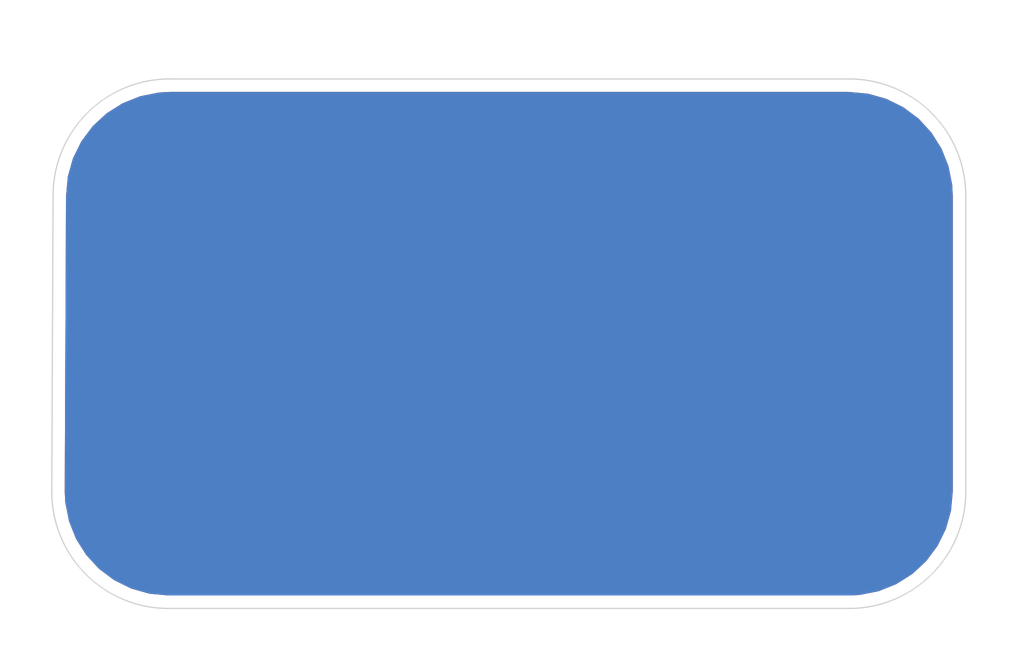
<source format=kicad_pcb>
(kicad_pcb (version 20190331) (host pcbnew "(5.1.0-373-ge808c7f95)")

  (general
    (thickness 1.6)
    (drawings 11)
    (tracks 0)
    (modules 1)
    (nets 1)
  )

  (page "A4")
  (layers
    (0 "F.Cu" signal)
    (31 "B.Cu" signal)
    (32 "B.Adhes" user)
    (33 "F.Adhes" user)
    (34 "B.Paste" user)
    (35 "F.Paste" user)
    (36 "B.SilkS" user)
    (37 "F.SilkS" user)
    (38 "B.Mask" user)
    (39 "F.Mask" user)
    (40 "Dwgs.User" user)
    (41 "Cmts.User" user)
    (42 "Eco1.User" user)
    (43 "Eco2.User" user)
    (44 "Edge.Cuts" user)
    (45 "Margin" user)
    (46 "B.CrtYd" user)
    (47 "F.CrtYd" user)
    (48 "B.Fab" user)
    (49 "F.Fab" user)
  )

  (setup
    (last_trace_width 0.25)
    (trace_clearance 0.2)
    (zone_clearance 0.508)
    (zone_45_only no)
    (trace_min 0.2)
    (via_size 0.8)
    (via_drill 0.4)
    (via_min_size 0.4)
    (via_min_drill 0.3)
    (uvia_size 0.3)
    (uvia_drill 0.1)
    (uvias_allowed no)
    (uvia_min_size 0.2)
    (uvia_min_drill 0.1)
    (edge_width 0.05)
    (segment_width 0.2)
    (pcb_text_width 0.3)
    (pcb_text_size 1.5 1.5)
    (mod_edge_width 0.12)
    (mod_text_size 1 1)
    (mod_text_width 0.15)
    (pad_size 1.524 1.524)
    (pad_drill 0.762)
    (pad_to_mask_clearance 0.051)
    (solder_mask_min_width 0.25)
    (aux_axis_origin 0 0)
    (visible_elements FFFFFF7F)
    (pcbplotparams
      (layerselection 0x010fc_ffffffff)
      (usegerberextensions false)
      (usegerberattributes false)
      (usegerberadvancedattributes false)
      (creategerberjobfile false)
      (excludeedgelayer true)
      (linewidth 0.100000)
      (plotframeref false)
      (viasonmask false)
      (mode 1)
      (useauxorigin false)
      (hpglpennumber 1)
      (hpglpenspeed 20)
      (hpglpendiameter 15.000000)
      (psnegative false)
      (psa4output false)
      (plotreference true)
      (plotvalue true)
      (plotinvisibletext false)
      (padsonsilk false)
      (subtractmaskfromsilk false)
      (outputformat 1)
      (mirror false)
      (drillshape 1)
      (scaleselection 1)
      (outputdirectory ""))
  )

  (net 0 "")

  (net_class "Default" "This is the default net class."
    (clearance 0.2)
    (trace_width 0.25)
    (via_dia 0.8)
    (via_drill 0.4)
    (uvia_dia 0.3)
    (uvia_drill 0.1)
  )

  (module "oshpark:OSH_small" (layer "F.Cu") (tedit 5CD3FE0B) (tstamp 5CD2DF1C)
    (at 144.4752 72.39)
    (descr "Imported from OSHPARK.svg")
    (tags "svg2mod")
    (attr smd)
    (fp_text reference "OSH_small" (at 0 -11.457835) (layer "F.SilkS") hide
      (effects (font (size 1.524 1.524) (thickness 0.3048)))
    )
    (fp_text value "G***" (at 0 11.457835) (layer "F.SilkS") hide
      (effects (font (size 1.524 1.524) (thickness 0.3048)))
    )
    (fp_poly (pts (xy 6.76111 6.120635) (xy 6.20884 6.120635) (xy 5.42765 6.959055) (xy 5.42765 6.120635)
      (xy 4.99557 6.120635) (xy 4.99557 8.266755) (xy 5.42765 8.266755) (xy 5.42765 7.193695)
      (xy 6.7096 8.409835) (xy 6.7096 7.831805) (xy 5.87118 7.056345) (xy 6.76111 6.120635)) (layer "F.Mask") (width 0))
    (fp_poly (pts (xy 4.31659 7.328185) (xy 4.11009 7.022185) (xy 3.67228 7.022185) (xy 3.67228 6.495675)
      (xy 4.11009 6.495675) (xy 4.16319 6.500675) (xy 4.21239 6.515675) (xy 4.25669 6.539575)
      (xy 4.29509 6.571375) (xy 4.32669 6.610075) (xy 4.35039 6.654875) (xy 4.36539 6.704775)
      (xy 4.37039 6.758775) (xy 4.36539 6.812775) (xy 4.35069 6.862675) (xy 4.32729 6.907475)
      (xy 4.29609 6.946175) (xy 4.25789 6.977975) (xy 4.21359 7.001875) (xy 4.16399 7.016875)
      (xy 4.11009 7.021875) (xy 4.11009 7.022185) (xy 4.31659 7.328185) (xy 4.41049 7.296585)
      (xy 4.49619 7.251785) (xy 4.57229 7.194785) (xy 4.63749 7.126585) (xy 4.69049 7.048185)
      (xy 4.72989 6.960585) (xy 4.75449 6.864785) (xy 4.76249 6.761805) (xy 4.74979 6.631575)
      (xy 4.71319 6.510755) (xy 4.65509 6.401815) (xy 4.57799 6.307215) (xy 4.48419 6.229415)
      (xy 4.37621 6.170715) (xy 4.25643 6.133715) (xy 4.12726 6.120815) (xy 3.2402 6.120815)
      (xy 3.2402 8.266935) (xy 3.67228 8.266935) (xy 3.67228 7.356985) (xy 3.88403 7.356985)
      (xy 4.35332 8.266935) (xy 4.83691 8.266935) (xy 4.31612 7.328365) (xy 4.31659 7.328185)) (layer "F.Mask") (width 0))
    (fp_poly (pts (xy 2.59844 8.266755) (xy 1.96319 6.558445) (xy 2.31515 7.505595) (xy 1.60836 7.505595)
      (xy 1.96319 6.558445) (xy 2.59844 8.266755) (xy 3.06487 8.266755) (xy 2.20355 6.120635)
      (xy 1.71996 6.120635) (xy 0.85865 8.266755) (xy 1.32508 8.266755) (xy 1.47674 7.860425)
      (xy 2.44678 7.860425) (xy 2.59844 8.266755)) (layer "F.Mask") (width 0))
    (fp_poly (pts (xy 0.42791 6.120635) (xy -0.02711 6.495535) (xy 0.38781 6.495535) (xy 0.44521 6.500535)
      (xy 0.49851 6.515035) (xy 0.54661 6.538335) (xy 0.58851 6.569635) (xy 0.62301 6.608335)
      (xy 0.64901 6.653735) (xy 0.66541 6.705135) (xy 0.67141 6.761735) (xy 0.66541 6.820135)
      (xy 0.64901 6.872535) (xy 0.62301 6.918535) (xy 0.58851 6.957435) (xy 0.54661 6.988635)
      (xy 0.49851 7.011635) (xy 0.44521 7.025835) (xy 0.38781 7.030835) (xy 0.38781 7.030635)
      (xy -0.02711 7.030635) (xy -0.02711 6.495535) (xy 0.42791 6.120635) (xy -0.45915 6.120635)
      (xy -0.45915 8.266755) (xy -0.02707 8.266755) (xy -0.02707 7.382555) (xy 0.42791 7.382555)
      (xy 0.5579 7.370355) (xy 0.67807 7.335055) (xy 0.78609 7.278855) (xy 0.87969 7.203855)
      (xy 0.95649 7.112155) (xy 1.01419 7.006005) (xy 1.05049 6.887525) (xy 1.06309 6.758845)
      (xy 1.05049 6.630375) (xy 1.01419 6.510655) (xy 0.95649 6.402275) (xy 0.87969 6.307775)
      (xy 0.78609 6.229775) (xy 0.67807 6.170875) (xy 0.5579 6.133675) (xy 0.42791 6.120675)
      (xy 0.42791 6.120635)) (layer "F.Mask") (width 0))
    (fp_poly (pts (xy -1.10433 6.120635) (xy -1.10433 7.076375) (xy -2.24607 7.076375) (xy -2.24607 6.120635)
      (xy -2.50646 6.120635) (xy -2.50646 8.266755) (xy -2.24607 8.266755) (xy -2.24607 7.311015)
      (xy -1.10433 7.311015) (xy -1.10433 8.266755) (xy -0.84394 8.266755) (xy -0.84394 6.120635)
      (xy -1.10433 6.120635)) (layer "F.Mask") (width 0))
    (fp_poly (pts (xy -3.5907 8.295375) (xy -3.44187 8.286375) (xy -3.30406 8.258975) (xy -3.18001 8.212975)
      (xy -3.07241 8.147975) (xy -2.98401 8.063675) (xy -2.91751 7.959725) (xy -2.87561 7.835805)
      (xy -2.86101 7.691555) (xy -2.87691 7.552235) (xy -2.92141 7.434915) (xy -2.98981 7.336615)
      (xy -3.07751 7.254415) (xy -3.17982 7.185415) (xy -3.29208 7.126615) (xy -3.52784 7.027715)
      (xy -3.70664 6.955515) (xy -3.85727 6.872815) (xy -3.91627 6.823915) (xy -3.96127 6.768115)
      (xy -3.98997 6.703915) (xy -4.00007 6.629915) (xy -3.99207 6.554915) (xy -3.96807 6.490615)
      (xy -3.93017 6.436915) (xy -3.88027 6.393515) (xy -3.82017 6.360115) (xy -3.75177 6.336615)
      (xy -3.67677 6.322615) (xy -3.59697 6.317615) (xy -3.50107 6.322615) (xy -3.41297 6.336315)
      (xy -3.33277 6.358215) (xy -3.26037 6.387715) (xy -3.19597 6.424015) (xy -3.13947 6.466415)
      (xy -3.05047 6.566885) (xy -2.87592 6.389475) (xy -2.93462 6.327375) (xy -3.00322 6.270575)
      (xy -3.08132 6.219875) (xy -3.16862 6.176275) (xy -3.26472 6.140775) (xy -3.36936 6.114275)
      (xy -3.48217 6.097675) (xy -3.60284 6.091675) (xy -3.73476 6.100675) (xy -3.85823 6.127675)
      (xy -3.97043 6.172275) (xy -4.06853 6.234275) (xy -4.14973 6.313275) (xy -4.21123 6.408975)
      (xy -4.25023 6.521165) (xy -4.26383 6.649475) (xy -4.24983 6.769025) (xy -4.21043 6.869725)
      (xy -4.14943 6.954225) (xy -4.07063 7.025125) (xy -3.97793 7.085025) (xy -3.87509 7.136525)
      (xy -3.6543 7.224725) (xy -3.4565 7.304325) (xy -3.3666 7.348925) (xy -3.2866 7.399625)
      (xy -3.2195 7.458525) (xy -3.1682 7.527725) (xy -3.1357 7.609325) (xy -3.1249 7.705425)
      (xy -3.1349 7.789025) (xy -3.1618 7.860025) (xy -3.2038 7.918825) (xy -3.2593 7.965825)
      (xy -3.3266 8.001625) (xy -3.404 8.026625) (xy -3.4899 8.041225) (xy -3.5826 8.046225)
      (xy -3.69075 8.039225) (xy -3.79323 8.020125) (xy -3.88863 7.989225) (xy -3.97563 7.947425)
      (xy -4.05283 7.895625) (xy -4.11893 7.834625) (xy -4.17243 7.765125) (xy -4.21203 7.688125)
      (xy -4.40088 7.879845) (xy -4.33778 7.967545) (xy -4.26108 8.047345) (xy -4.17208 8.118045)
      (xy -4.07218 8.178545) (xy -3.96276 8.227645) (xy -3.84518 8.264145) (xy -3.72084 8.286945)
      (xy -3.59109 8.294945) (xy -3.5907 8.295375)) (layer "F.Mask") (width 0))
    (fp_poly (pts (xy -5.71389 8.295375) (xy -5.71389 8.046425) (xy -5.88469 8.029425) (xy -6.03947 7.980425)
      (xy -6.17614 7.902625) (xy -6.29262 7.799265) (xy -6.38682 7.673515) (xy -6.45672 7.528545)
      (xy -6.50022 7.367545) (xy -6.51512 7.193705) (xy -6.50022 7.019865) (xy -6.45672 6.858865)
      (xy -6.38682 6.713895) (xy -6.29262 6.588145) (xy -6.17614 6.484785) (xy -6.03947 6.406985)
      (xy -5.88469 6.357985) (xy -5.71389 6.340985) (xy -5.54238 6.357985) (xy -5.38754 6.406985)
      (xy -5.25128 6.484785) (xy -5.13551 6.588145) (xy -5.04211 6.713895) (xy -4.97301 6.858865)
      (xy -4.93021 7.019865) (xy -4.91551 7.193705) (xy -4.93021 7.367545) (xy -4.97301 7.528545)
      (xy -5.04211 7.673515) (xy -5.13551 7.799265) (xy -5.25128 7.902625) (xy -5.38754 7.980425)
      (xy -5.54238 8.029425) (xy -5.71389 8.046425) (xy -5.71389 8.295375) (xy -5.60215 8.289375)
      (xy -5.49471 8.272675) (xy -5.39197 8.245575) (xy -5.29437 8.208575) (xy -5.20217 8.162275)
      (xy -5.11587 8.107175) (xy -5.03597 8.043775) (xy -4.96277 7.972775) (xy -4.89667 7.894575)
      (xy -4.83807 7.809775) (xy -4.78737 7.718975) (xy -4.74497 7.622675) (xy -4.71127 7.521405)
      (xy -4.68667 7.415745) (xy -4.67167 7.306225) (xy -4.66667 7.193415) (xy -4.67167 7.080595)
      (xy -4.68667 6.971085) (xy -4.71127 6.865415) (xy -4.74497 6.764145) (xy -4.78737 6.667845)
      (xy -4.83807 6.577045) (xy -4.89667 6.492245) (xy -4.96277 6.414045) (xy -5.03597 6.342945)
      (xy -5.11587 6.279545) (xy -5.20217 6.224445) (xy -5.29437 6.178145) (xy -5.39197 6.141145)
      (xy -5.49471 6.114045) (xy -5.60215 6.097345) (xy -5.71389 6.091345) (xy -5.82609 6.097345)
      (xy -5.93388 6.114045) (xy -6.03687 6.141145) (xy -6.13467 6.178145) (xy -6.22687 6.224445)
      (xy -6.31307 6.279545) (xy -6.39297 6.342945) (xy -6.46607 6.414045) (xy -6.53207 6.492245)
      (xy -6.59047 6.577045) (xy -6.64097 6.667845) (xy -6.68317 6.764145) (xy -6.71667 6.865415)
      (xy -6.74107 6.971085) (xy -6.75597 7.080595) (xy -6.76097 7.193415) (xy -6.75597 7.306225)
      (xy -6.74107 7.415745) (xy -6.71667 7.521405) (xy -6.68317 7.622675) (xy -6.64097 7.718975)
      (xy -6.59047 7.809775) (xy -6.53207 7.894575) (xy -6.46607 7.972775) (xy -6.39297 8.043775)
      (xy -6.31307 8.107175) (xy -6.22687 8.162275) (xy -6.13467 8.208575) (xy -6.03687 8.245575)
      (xy -5.93388 8.272675) (xy -5.82609 8.289375) (xy -5.71389 8.295375)) (layer "F.Mask") (width 0))
    (fp_poly (pts (xy 0.00118 -8.409695) (xy 0.00043 -3.623025) (xy 0.21316 -3.612325) (xy 0.41974 -3.580825)
      (xy 0.61914 -3.529525) (xy 0.81031 -3.459525) (xy 0.99219 -3.371925) (xy 1.16375 -3.267695)
      (xy 1.32394 -3.147905) (xy 1.4717 -3.013605) (xy 1.606 -2.865845) (xy 1.72579 -2.705655)
      (xy 1.83001 -2.534105) (xy 1.91761 -2.352215) (xy 1.98761 -2.161055) (xy 2.03891 -1.961655)
      (xy 2.07041 -1.755065) (xy 2.08111 -1.542335) (xy 2.07041 -1.329495) (xy 2.03891 -1.122805)
      (xy 1.98771 -0.923315) (xy 1.91781 -0.732055) (xy 1.83021 -0.550075) (xy 1.726 -0.378435)
      (xy 1.60622 -0.218175) (xy 1.47192 -0.070335) (xy 1.32415 0.064025) (xy 1.16396 0.183875)
      (xy 0.99238 0.288155) (xy 0.81047 0.375855) (xy 0.61928 0.445855) (xy 0.41984 0.497155)
      (xy 0.21321 0.528655) (xy 0.00043 0.539455) (xy -0.21235 0.528655) (xy -0.41897 0.497155)
      (xy -0.6184 0.445855) (xy -0.80958 0.375855) (xy -0.99147 0.288155) (xy -1.16302 0.183875)
      (xy -1.3232 0.064025) (xy -1.47095 -0.070335) (xy -1.60524 -0.218175) (xy -1.72501 -0.378435)
      (xy -1.82922 -0.550075) (xy -1.91682 -0.732055) (xy -1.98682 -0.923315) (xy -2.03812 -1.122805)
      (xy -2.06962 -1.329495) (xy -2.08032 -1.542335) (xy -2.06962 -1.755065) (xy -2.03812 -1.961655)
      (xy -1.98682 -2.161055) (xy -1.91682 -2.352215) (xy -1.82922 -2.534105) (xy -1.72501 -2.705655)
      (xy -1.60524 -2.865845) (xy -1.47095 -3.013605) (xy -1.3232 -3.147905) (xy -1.16302 -3.267695)
      (xy -0.99147 -3.371925) (xy -0.80958 -3.459525) (xy -0.6184 -3.529525) (xy -0.41897 -3.580825)
      (xy -0.21235 -3.612325) (xy 0.00043 -3.623025) (xy 0.00118 -8.409695) (xy -0.14129 -8.393995)
      (xy -0.2674 -8.349495) (xy -0.378 -8.279795) (xy -0.4739 -8.188495) (xy -0.556 -8.079355)
      (xy -0.6251 -7.956025) (xy -0.6821 -7.822195) (xy -0.7278 -7.681515) (xy -1.04856 -6.462625)
      (xy -1.30304 -6.403425) (xy -1.55293 -6.331225) (xy -2.43795 -7.223815) (xy -2.5541 -7.325575)
      (xy -2.67331 -7.414275) (xy -2.79523 -7.486675) (xy -2.91953 -7.539575) (xy -3.04586 -7.569675)
      (xy -3.17388 -7.573675) (xy -3.30323 -7.548275) (xy -3.43358 -7.490275) (xy -3.54913 -7.405275)
      (xy -3.63603 -7.303485) (xy -3.69693 -7.187695) (xy -3.73433 -7.060655) (xy -3.75073 -6.925095)
      (xy -3.74873 -6.783755) (xy -3.73103 -6.639375) (xy -3.70003 -6.494705) (xy -3.36893 -5.282225)
      (xy -3.55878 -5.102185) (xy -3.73879 -4.912505) (xy -4.95156 -5.242875) (xy -5.10317 -5.273475)
      (xy -5.25088 -5.290975) (xy -5.39277 -5.292975) (xy -5.5269 -5.276575) (xy -5.65135 -5.239375)
      (xy -5.76419 -5.178675) (xy -5.86349 -5.091975) (xy -5.94729 -4.976645) (xy -6.00489 -4.845335)
      (xy -6.02929 -4.713775) (xy -6.02429 -4.583095) (xy -5.99309 -4.454385) (xy -5.93949 -4.328745)
      (xy -5.86709 -4.207285) (xy -5.77959 -4.091105) (xy -5.68049 -3.981305) (xy -4.78848 -3.096875)
      (xy -4.86248 -2.846755) (xy -4.92388 -2.591195) (xy -6.13913 -2.271315) (xy -6.28557 -2.221815)
      (xy -6.42211 -2.163015) (xy -6.54579 -2.093715) (xy -6.65364 -2.012515) (xy -6.74264 -1.918115)
      (xy -6.80994 -1.809295) (xy -6.85244 -1.684715) (xy -6.86724 -1.543065) (xy -6.85154 -1.400675)
      (xy -6.80704 -1.274595) (xy -6.73724 -1.163985) (xy -6.64594 -1.068085) (xy -6.5368 -0.985985)
      (xy -6.41347 -0.916885) (xy -6.27964 -0.859985) (xy -6.13897 -0.814385) (xy -4.92372 -0.494365)
      (xy -4.86232 -0.239235) (xy -4.78842 0.010885) (xy -5.68043 0.895605) (xy -5.78261 1.011585)
      (xy -5.87161 1.130695) (xy -5.94411 1.252585) (xy -5.99701 1.376885) (xy -6.02701 1.503265)
      (xy -6.03101 1.631355) (xy -6.00551 1.760795) (xy -5.94741 1.891235) (xy -5.86251 2.006695)
      (xy -5.76079 2.093495) (xy -5.64502 2.154295) (xy -5.51794 2.191595) (xy -5.38232 2.207995)
      (xy -5.24091 2.205995) (xy -5.09648 2.188395) (xy -4.95178 2.157595) (xy -3.73916 1.826495)
      (xy -3.55915 2.015885) (xy -3.36929 2.196065) (xy -3.70039 3.409125) (xy -3.73109 3.560565)
      (xy -3.74869 3.708175) (xy -3.75069 3.850005) (xy -3.73429 3.984105) (xy -3.69709 4.108515)
      (xy -3.63639 4.221295) (xy -3.54959 4.320495) (xy -3.43416 4.404195) (xy -3.30285 4.461895)
      (xy -3.17132 4.486395) (xy -3.04066 4.481395) (xy -2.91197 4.450195) (xy -2.78636 4.396595)
      (xy -2.66492 4.324295) (xy -2.54876 4.236795) (xy -2.43897 4.137795) (xy -1.55409 3.245195)
      (xy -1.30401 3.319295) (xy -1.0487 3.380995) (xy -0.72882 4.596245) (xy -0.67942 4.742405)
      (xy -0.62072 4.878745) (xy -0.55142 5.002265) (xy -0.47012 5.110005) (xy -0.37562 5.199005)
      (xy -0.26663 5.266305) (xy -0.14183 5.308805) (xy 0.0001 5.323605) (xy 0.1423 5.307905)
      (xy 0.26821 5.263405) (xy 0.37868 5.193705) (xy 0.47448 5.102505) (xy 0.55658 4.993495)
      (xy 0.62568 4.870315) (xy 0.68268 4.736655) (xy 0.72838 4.596185) (xy 1.04825 3.380645)
      (xy 1.30343 3.319445) (xy 1.55379 3.245445) (xy 2.43852 4.137905) (xy 2.55442 4.240085)
      (xy 2.67348 4.329085) (xy 2.79535 4.401685) (xy 2.91965 4.454585) (xy 3.04602 4.484585)
      (xy 3.17409 4.488585) (xy 3.30349 4.462985) (xy 3.43386 4.404785) (xy 3.5493 4.319985)
      (xy 3.6361 4.218365) (xy 3.6969 4.102685) (xy 3.7342 3.975695) (xy 3.7507 3.840155)
      (xy 3.7487 3.698805) (xy 3.7312 3.554415) (xy 3.7006 3.409725) (xy 3.36921 2.196675)
      (xy 3.55866 2.016495) (xy 3.73849 1.827095) (xy 4.95155 2.158195) (xy 5.10316 2.188595)
      (xy 5.25086 2.205995) (xy 5.39274 2.207995) (xy 5.52685 2.191495) (xy 5.65126 2.154195)
      (xy 5.76405 2.093495) (xy 5.86325 2.006695) (xy 5.94695 1.891265) (xy 6.00455 1.759975)
      (xy 6.02895 1.628485) (xy 6.02395 1.497875) (xy 5.99275 1.369255) (xy 5.93915 1.243685)
      (xy 5.86685 1.122265) (xy 5.77935 1.006085) (xy 5.68035 0.896225) (xy 4.78804 0.011495)
      (xy 4.86214 -0.238625) (xy 4.92344 -0.493755) (xy 6.13868 -0.813785) (xy 6.28522 -0.863185)
      (xy 6.42183 -0.921885) (xy 6.54556 -0.991285) (xy 6.65344 -1.072585) (xy 6.74254 -1.167085)
      (xy 6.80984 -1.276075) (xy 6.85244 -1.400845) (xy 6.86724 -1.542705) (xy 6.85194 -1.684715)
      (xy 6.80764 -1.810495) (xy 6.73804 -1.920855) (xy 6.64694 -2.016655) (xy 6.53789 -2.098655)
      (xy 6.41461 -2.167755) (xy 6.2808 -2.224755) (xy 6.14013 -2.270455) (xy 4.92488 -2.590335)
      (xy 4.86358 -2.845855) (xy 4.78948 -3.095735) (xy 5.68179 -3.980895) (xy 5.78395 -4.096695)
      (xy 5.87285 -4.215675) (xy 5.94535 -4.337485) (xy 5.99815 -4.461745) (xy 6.02805 -4.588095)
      (xy 6.03205 -4.716185) (xy 6.00655 -4.845635) (xy 5.94845 -4.976085) (xy 5.86365 -5.091375)
      (xy 5.76206 -5.178075) (xy 5.64641 -5.238875) (xy 5.51943 -5.276175) (xy 5.38387 -5.292675)
      (xy 5.24246 -5.290675) (xy 5.09796 -5.273075) (xy 4.9531 -5.242275) (xy 3.74019 -4.911755)
      (xy 3.5604 -5.101105) (xy 3.3712 -5.281035) (xy 3.70215 -6.493945) (xy 3.73265 -6.645465)
      (xy 3.75005 -6.793085) (xy 3.75205 -6.934915) (xy 3.73565 -7.069005) (xy 3.69835 -7.193445)
      (xy 3.63755 -7.306295) (xy 3.55075 -7.405695) (xy 3.43522 -7.489595) (xy 3.30408 -7.547095)
      (xy 3.17265 -7.571395) (xy 3.04204 -7.566395) (xy 2.91335 -7.535095) (xy 2.78769 -7.481395)
      (xy 2.66618 -7.408995) (xy 2.54992 -7.321595) (xy 2.44003 -7.222795) (xy 1.55545 -6.330485)
      (xy 1.30598 -6.402785) (xy 1.05107 -6.462485) (xy 0.73018 -7.681375) (xy 0.68058 -7.827915)
      (xy 0.62168 -7.964525) (xy 0.55228 -8.088255) (xy 0.47098 -8.196135) (xy 0.37658 -8.285235)
      (xy 0.2677 -8.352535) (xy 0.14304 -8.395035) (xy 0.0013 -8.409835) (xy 0.00118 -8.409695)) (layer "F.Mask") (width 0.073847))
  )

  (gr_text "Drew Fustini" (at 144.526 73.2028) (layer "B.Mask") (tstamp 5CD3EA86)
    (effects (font (size 3.5 3.5) (thickness 0.35)) (justify mirror))
  )
  (gr_text "OSH Park\nPerfect Purple PCBs" (at 144.2212 65.8368) (layer "B.Mask") (tstamp 5CD3EA51)
    (effects (font (size 2 2) (thickness 0.25)) (justify mirror))
  )
  (gr_line (start 126.746 66.294) (end 126.6952 77.9272) (layer "Edge.Cuts") (width 0.05) (tstamp 5CD3EA20))
  (gr_line (start 157.988 82.4992) (end 131.2672 82.4992) (layer "Edge.Cuts") (width 0.05) (tstamp 5CD3EA01))
  (gr_line (start 162.56 66.294) (end 162.56 77.9272) (layer "Edge.Cuts") (width 0.05) (tstamp 5CD3E9C1))
  (gr_line (start 131.318 61.722) (end 157.988 61.722) (layer "Edge.Cuts") (width 0.05) (tstamp 5CD3E9A9))
  (gr_arc (start 157.988 77.9272) (end 157.988 82.4992) (angle -90) (layer "Edge.Cuts") (width 0.05) (tstamp 5CD3E94D))
  (gr_arc (start 131.2672 77.9272) (end 126.6952 77.9272) (angle -90) (layer "Edge.Cuts") (width 0.05) (tstamp 5CD3E932))
  (gr_arc (start 131.318 66.294) (end 131.318 61.722) (angle -90) (layer "Edge.Cuts") (width 0.05) (tstamp 5CD3E8FE))
  (gr_text "drew@oshpark.com" (at 144.3736 78.8416) (layer "B.Mask") (tstamp 5CD3E8C3)
    (effects (font (size 2.2 2.2) (thickness 0.25)) (justify mirror))
  )
  (gr_arc (start 157.988 66.294) (end 162.56 66.294) (angle -90) (layer "Edge.Cuts") (width 0.05))

  (zone (net 0) (net_name "") (layer "F.Cu") (tstamp 0) (hatch edge 0.508)
    (connect_pads (clearance 0.508))
    (min_thickness 0.254)
    (fill yes (arc_segments 32) (thermal_gap 0.508) (thermal_bridge_width 0.508))
    (polygon
      (pts
        (xy 125.2728 58.6232) (xy 164.7444 58.6232) (xy 164.846 84.074) (xy 125.1204 83.9724) (xy 124.6632 60.0964)
      )
    )
    (filled_polygon
      (pts
        (xy 158.704975 62.425556) (xy 159.397936 62.620991) (xy 160.043678 62.939436) (xy 160.620577 63.370226) (xy 161.10931 63.898936)
        (xy 161.49351 64.507855) (xy 161.760308 65.176588) (xy 161.903221 65.895063) (xy 161.925 66.310634) (xy 161.925001 77.898077)
        (xy 161.856444 78.644175) (xy 161.66101 79.337134) (xy 161.342564 79.982878) (xy 160.911773 80.559777) (xy 160.383065 81.04851)
        (xy 159.774145 81.43271) (xy 159.10541 81.699508) (xy 158.386937 81.842421) (xy 157.971368 81.8642) (xy 131.296312 81.8642)
        (xy 130.550225 81.795644) (xy 129.857266 81.60021) (xy 129.211522 81.281764) (xy 128.634623 80.850973) (xy 128.145888 80.322262)
        (xy 127.76169 79.713345) (xy 127.494892 79.04461) (xy 127.388678 78.510635) (xy 142.66985 78.510635) (xy 142.66985 80.656755)
        (xy 142.675684 80.71626) (xy 142.681098 80.775742) (xy 142.681725 80.777873) (xy 142.681943 80.780094) (xy 142.699238 80.837376)
        (xy 142.716088 80.89463) (xy 142.717119 80.896602) (xy 142.717763 80.898735) (xy 142.745838 80.951536) (xy 142.773505 81.004458)
        (xy 142.774899 81.006192) (xy 142.775945 81.008159) (xy 142.813733 81.054492) (xy 142.85116 81.101041) (xy 142.852865 81.102472)
        (xy 142.854273 81.104198) (xy 142.900323 81.142294) (xy 142.946096 81.180702) (xy 142.948048 81.181775) (xy 142.949763 81.183194)
        (xy 143.002311 81.211606) (xy 143.054697 81.240406) (xy 143.056821 81.24108) (xy 143.058778 81.242138) (xy 143.1158 81.259789)
        (xy 143.172826 81.277879) (xy 143.175042 81.278128) (xy 143.177166 81.278785) (xy 143.236593 81.285031) (xy 143.295984 81.291693)
        (xy 143.300254 81.291723) (xy 143.300417 81.29174) (xy 143.30058 81.291725) (xy 143.30485 81.291755) (xy 143.73693 81.291755)
        (xy 143.796435 81.285921) (xy 143.855917 81.280507) (xy 143.858048 81.27988) (xy 143.860269 81.279662) (xy 143.917551 81.262367)
        (xy 143.974805 81.245517) (xy 143.976777 81.244486) (xy 143.97891 81.243842) (xy 144.031711 81.215767) (xy 144.084633 81.1881)
        (xy 144.086367 81.186706) (xy 144.088334 81.18566) (xy 144.134667 81.147872) (xy 144.180008 81.111416) (xy 144.22037 81.144179)
        (xy 144.263896 81.180702) (xy 144.268443 81.183202) (xy 144.272473 81.186473) (xy 144.322716 81.213039) (xy 144.372497 81.240406)
        (xy 144.377442 81.241975) (xy 144.382031 81.244401) (xy 144.436445 81.260692) (xy 144.490626 81.277879) (xy 144.495788 81.278458)
        (xy 144.500755 81.279945) (xy 144.557284 81.285356) (xy 144.613784 81.291693) (xy 144.62265 81.291755) (xy 145.08908 81.291755)
        (xy 145.09756 81.290924) (xy 145.106059 81.291528) (xy 145.159153 81.284885) (xy 145.212419 81.279662) (xy 145.220578 81.277199)
        (xy 145.229031 81.276141) (xy 145.279811 81.259315) (xy 145.33106 81.243842) (xy 145.338588 81.239839) (xy 145.346671 81.237161)
        (xy 145.393209 81.210797) (xy 145.440484 81.18566) (xy 145.447089 81.180273) (xy 145.454501 81.176074) (xy 145.49505 81.141157)
        (xy 145.536523 81.107332) (xy 145.541954 81.100768) (xy 145.548411 81.095207) (xy 145.581417 81.053064) (xy 145.615519 81.011842)
        (xy 145.61957 81.00435) (xy 145.624826 80.997639) (xy 145.649023 80.949877) (xy 145.674463 80.902827) (xy 145.676981 80.894692)
        (xy 145.680834 80.887087) (xy 145.681468 80.885425) (xy 145.770768 80.885425) (xy 145.771272 80.886456) (xy 145.773678 80.89463)
        (xy 145.798288 80.941704) (xy 145.821582 80.989469) (xy 145.821817 80.989779) (xy 145.821987 80.990126) (xy 145.827149 80.99691)
        (xy 145.831095 81.004458) (xy 145.864371 81.045845) (xy 145.896507 81.088185) (xy 145.896795 81.088441) (xy 145.897032 81.088752)
        (xy 145.903415 81.094406) (xy 145.90875 81.101041) (xy 145.949441 81.135185) (xy 145.98918 81.170469) (xy 145.98951 81.170663)
        (xy 145.989804 81.170923) (xy 145.997164 81.175229) (xy 146.003686 81.180702) (xy 146.05024 81.206295) (xy 146.096069 81.233185)
        (xy 146.096433 81.233312) (xy 146.09677 81.233509) (xy 146.104823 81.236303) (xy 146.112287 81.240406) (xy 146.162925 81.256469)
        (xy 146.213105 81.273946) (xy 146.213489 81.274) (xy 146.213855 81.274127) (xy 146.222296 81.275303) (xy 146.230416 81.277879)
        (xy 146.283212 81.283801) (xy 146.335828 81.291197) (xy 146.336215 81.291175) (xy 146.3366 81.291229) (xy 146.345107 81.290743)
        (xy 146.353574 81.291693) (xy 146.36244 81.291755) (xy 146.82887 81.291755) (xy 146.885442 81.286208) (xy 146.919203 81.283452)
        (xy 146.935943 81.285211) (xy 146.995334 81.291873) (xy 146.999604 81.291903) (xy 146.999767 81.29192) (xy 146.99993 81.291905)
        (xy 147.0042 81.291935) (xy 147.43628 81.291935) (xy 147.495785 81.286101) (xy 147.555267 81.280687) (xy 147.557398 81.28006)
        (xy 147.559619 81.279842) (xy 147.616901 81.262547) (xy 147.674155 81.245697) (xy 147.676127 81.244666) (xy 147.67826 81.244022)
        (xy 147.731061 81.215947) (xy 147.777853 81.191485) (xy 147.784238 81.194996) (xy 147.808319 81.211681) (xy 147.838408 81.224776)
        (xy 147.867167 81.240586) (xy 147.895093 81.249445) (xy 147.921955 81.261135) (xy 147.954013 81.268135) (xy 147.985296 81.278059)
        (xy 148.014416 81.281325) (xy 148.043032 81.287574) (xy 148.075836 81.288214) (xy 148.108454 81.291873) (xy 148.11732 81.291935)
        (xy 148.60091 81.291935) (xy 148.635256 81.288567) (xy 148.669764 81.288191) (xy 148.687014 81.28458) (xy 148.691313 81.285031)
        (xy 148.750704 81.291693) (xy 148.754974 81.291723) (xy 148.755137 81.29174) (xy 148.7553 81.291725) (xy 148.75957 81.291755)
        (xy 149.19165 81.291755) (xy 149.251155 81.285921) (xy 149.310637 81.280507) (xy 149.312768 81.27988) (xy 149.314989 81.279662)
        (xy 149.372271 81.262367) (xy 149.429525 81.245517) (xy 149.431497 81.244486) (xy 149.43363 81.243842) (xy 149.486431 81.215767)
        (xy 149.539353 81.1881) (xy 149.541087 81.186706) (xy 149.543054 81.18566) (xy 149.589387 81.147872) (xy 149.635936 81.110445)
        (xy 149.637367 81.10874) (xy 149.639093 81.107332) (xy 149.677189 81.061282) (xy 149.715597 81.015509) (xy 149.71667 81.013557)
        (xy 149.718089 81.011842) (xy 149.737193 80.97651) (xy 150.036568 81.260517) (xy 150.078035 81.292788) (xy 150.118513 81.326274)
        (xy 150.12687 81.330793) (xy 150.134371 81.33663) (xy 150.181323 81.360235) (xy 150.227528 81.385218) (xy 150.236603 81.388027)
        (xy 150.245096 81.392297) (xy 150.295746 81.406335) (xy 150.345916 81.421865) (xy 150.355363 81.422858) (xy 150.364524 81.425397)
        (xy 150.416914 81.429328) (xy 150.469167 81.43482) (xy 150.478635 81.433958) (xy 150.488107 81.434669) (xy 150.540257 81.42835)
        (xy 150.592587 81.423587) (xy 150.601702 81.420904) (xy 150.611137 81.419761) (xy 150.661067 81.403433) (xy 150.711475 81.388597)
        (xy 150.719899 81.384193) (xy 150.728929 81.38124) (xy 150.774729 81.355529) (xy 150.821303 81.33118) (xy 150.828712 81.325223)
        (xy 150.836995 81.320573) (xy 150.876938 81.286448) (xy 150.917886 81.253525) (xy 150.923992 81.246248) (xy 150.93122 81.240073)
        (xy 150.96378 81.198831) (xy 150.997547 81.158589) (xy 151.002126 81.15026) (xy 151.008013 81.142803) (xy 151.031936 81.096036)
        (xy 151.057251 81.049988) (xy 151.060124 81.04093) (xy 151.064452 81.03247) (xy 151.078836 80.981944) (xy 151.094724 80.931859)
        (xy 151.095783 80.922413) (xy 151.098385 80.913275) (xy 151.102681 80.860916) (xy 151.108538 80.808701) (xy 151.1086 80.799835)
        (xy 151.1086 80.221805) (xy 151.107714 80.212764) (xy 151.108342 80.203698) (xy 151.101675 80.151175) (xy 151.096507 80.098466)
        (xy 151.09388 80.089764) (xy 151.092736 80.080754) (xy 151.075997 80.030535) (xy 151.060687 79.979825) (xy 151.05642 79.971801)
        (xy 151.053548 79.963183) (xy 151.027365 79.917157) (xy 151.002505 79.870401) (xy 150.996764 79.863362) (xy 150.99227 79.855462)
        (xy 150.95764 79.815392) (xy 150.924177 79.774362) (xy 150.917176 79.76857) (xy 150.911235 79.761696) (xy 150.904768 79.75563)
        (xy 150.539059 79.417383) (xy 150.985238 78.948251) (xy 151.017816 78.906498) (xy 151.051549 78.865722) (xy 151.055875 78.857721)
        (xy 151.061475 78.850544) (xy 151.085324 78.803256) (xy 151.110493 78.756707) (xy 151.113183 78.748018) (xy 151.117282 78.73989)
        (xy 151.131492 78.688871) (xy 151.14714 78.638319) (xy 151.148091 78.629272) (xy 151.150533 78.620504) (xy 151.154562 78.567708)
        (xy 151.160095 78.515068) (xy 151.15927 78.506002) (xy 151.159962 78.496932) (xy 151.15366 78.444369) (xy 151.148862 78.391648)
        (xy 151.146294 78.382921) (xy 151.14521 78.373883) (xy 151.128819 78.323546) (xy 151.113872 78.27276) (xy 151.109655 78.264693)
        (xy 151.106838 78.256043) (xy 151.08099 78.209864) (xy 151.056455 78.162932) (xy 151.050751 78.155837) (xy 151.046308 78.1479)
        (xy 151.011976 78.107611) (xy 150.9788 78.066349) (xy 150.971831 78.060501) (xy 150.965927 78.053573) (xy 150.924414 78.020714)
        (xy 150.883864 77.986688) (xy 150.875888 77.982303) (xy 150.868755 77.976657) (xy 150.821655 77.952488) (xy 150.775263 77.926984)
        (xy 150.766592 77.924233) (xy 150.758494 77.920078) (xy 150.707589 77.905516) (xy 150.657134 77.889511) (xy 150.648091 77.888497)
        (xy 150.639342 77.885994) (xy 150.586587 77.881598) (xy 150.533976 77.875697) (xy 150.52511 77.875635) (xy 149.97284 77.875635)
        (xy 149.96496 77.876408) (xy 149.957063 77.875831) (xy 149.903361 77.882447) (xy 149.849501 77.887728) (xy 149.84192 77.890017)
        (xy 149.834062 77.890985) (xy 149.782674 77.907904) (xy 149.73086 77.923548) (xy 149.723866 77.927267) (xy 149.716348 77.929742)
        (xy 149.669218 77.956324) (xy 149.621436 77.98173) (xy 149.615302 77.986733) (xy 149.608403 77.990624) (xy 149.582043 78.013236)
        (xy 149.550404 77.986688) (xy 149.548452 77.985615) (xy 149.546737 77.984196) (xy 149.494189 77.955784) (xy 149.441803 77.926984)
        (xy 149.439679 77.92631) (xy 149.437722 77.925252) (xy 149.3807 77.907601) (xy 149.323674 77.889511) (xy 149.321458 77.889262)
        (xy 149.319334 77.888605) (xy 149.259907 77.882359) (xy 149.200516 77.875697) (xy 149.196246 77.875667) (xy 149.196083 77.87565)
        (xy 149.19592 77.875665) (xy 149.19165 77.875635) (xy 148.75957 77.875635) (xy 148.700065 77.881469) (xy 148.640583 77.886883)
        (xy 148.638452 77.88751) (xy 148.636231 77.887728) (xy 148.578949 77.905023) (xy 148.521695 77.921873) (xy 148.519723 77.922904)
        (xy 148.51759 77.923548) (xy 148.464789 77.951623) (xy 148.411867 77.97929) (xy 148.410133 77.980684) (xy 148.408166 77.98173)
        (xy 148.403203 77.985778) (xy 148.389622 77.980033) (xy 148.336076 77.956677) (xy 148.329457 77.954582) (xy 148.329354 77.954538)
        (xy 148.329253 77.954517) (xy 148.327623 77.954001) (xy 148.207844 77.917002) (xy 148.150073 77.905179) (xy 148.092349 77.892801)
        (xy 148.086572 77.892183) (xy 148.08643 77.892154) (xy 148.086292 77.892153) (xy 148.083533 77.891858) (xy 147.954363 77.878958)
        (xy 147.927158 77.878909) (xy 147.900126 77.875877) (xy 147.89126 77.875815) (xy 147.0042 77.875815) (xy 146.944695 77.881649)
        (xy 146.885213 77.887063) (xy 146.883082 77.88769) (xy 146.880861 77.887908) (xy 146.823579 77.905203) (xy 146.766325 77.922053)
        (xy 146.764353 77.923084) (xy 146.76222 77.923728) (xy 146.709419 77.951803) (xy 146.656497 77.97947) (xy 146.654763 77.980864)
        (xy 146.652796 77.98191) (xy 146.606463 78.019698) (xy 146.559914 78.057125) (xy 146.558483 78.05883) (xy 146.556757 78.060238)
        (xy 146.518661 78.106288) (xy 146.485309 78.146035) (xy 146.460754 78.115495) (xy 146.422267 78.067399) (xy 146.4217 78.066921)
        (xy 146.42124 78.066349) (xy 146.374499 78.027129) (xy 146.327515 77.987519) (xy 146.326868 77.987162) (xy 146.326304 77.986688)
        (xy 146.272682 77.957209) (xy 146.219052 77.927564) (xy 146.218349 77.927339) (xy 146.217703 77.926984) (xy 146.159336 77.908469)
        (xy 146.10101 77.889818) (xy 146.100277 77.889734) (xy 146.099574 77.889511) (xy 146.038749 77.882689) (xy 145.977884 77.875719)
        (xy 145.977148 77.875779) (xy 145.976416 77.875697) (xy 145.96755 77.875635) (xy 145.48396 77.875635) (xy 145.483223 77.875707)
        (xy 145.482489 77.875637) (xy 145.42175 77.881735) (xy 145.360621 77.887728) (xy 145.359911 77.887942) (xy 145.359178 77.888016)
        (xy 145.300891 77.905762) (xy 145.24198 77.923548) (xy 145.241323 77.923897) (xy 145.240621 77.924111) (xy 145.186917 77.952826)
        (xy 145.132556 77.98173) (xy 145.131981 77.982199) (xy 145.131332 77.982546) (xy 145.08406 78.021282) (xy 145.036517 78.060058)
        (xy 145.036046 78.060627) (xy 145.035474 78.061096) (xy 144.996402 78.108549) (xy 144.968702 78.142033) (xy 144.956607 78.131954)
        (xy 144.908967 78.099571) (xy 144.861836 78.066567) (xy 144.85412 78.062289) (xy 144.854114 78.062285) (xy 144.854108 78.062283)
        (xy 144.854082 78.062268) (xy 144.746062 78.003368) (xy 144.692022 77.980427) (xy 144.638301 77.956956) (xy 144.632109 77.954992)
        (xy 144.631985 77.954939) (xy 144.631862 77.954913) (xy 144.62985 77.954275) (xy 144.50968 77.917075) (xy 144.451717 77.905176)
        (xy 144.393905 77.892771) (xy 144.388432 77.892185) (xy 144.388281 77.892154) (xy 144.388133 77.892153) (xy 144.385089 77.891827)
        (xy 144.259762 77.879293) (xy 144.259544 77.879248) (xy 144.259287 77.879246) (xy 144.2551 77.878827) (xy 144.228215 77.878775)
        (xy 144.200776 77.875697) (xy 144.196506 77.875667) (xy 144.196343 77.87565) (xy 144.19618 77.875665) (xy 144.19191 77.875635)
        (xy 143.30485 77.875635) (xy 143.245345 77.881469) (xy 143.185863 77.886883) (xy 143.183732 77.88751) (xy 143.181511 77.887728)
        (xy 143.124229 77.905023) (xy 143.066975 77.921873) (xy 143.065003 77.922904) (xy 143.06287 77.923548) (xy 143.010069 77.951623)
        (xy 142.957147 77.97929) (xy 142.955413 77.980684) (xy 142.953446 77.98173) (xy 142.907113 78.019518) (xy 142.860564 78.056945)
        (xy 142.859133 78.05865) (xy 142.857407 78.060058) (xy 142.819311 78.106108) (xy 142.780903 78.151881) (xy 142.77983 78.153833)
        (xy 142.778411 78.155548) (xy 142.750009 78.208077) (xy 142.721199 78.260482) (xy 142.720525 78.262606) (xy 142.719467 78.264563)
        (xy 142.701816 78.321585) (xy 142.683726 78.378611) (xy 142.683477 78.380827) (xy 142.68282 78.382951) (xy 142.676574 78.442378)
        (xy 142.669912 78.501769) (xy 142.669882 78.506039) (xy 142.669865 78.506202) (xy 142.66988 78.506365) (xy 142.66985 78.510635)
        (xy 127.388678 78.510635) (xy 127.351979 78.326137) (xy 127.330272 77.91194) (xy 127.380873 66.324497) (xy 127.449556 65.577025)
        (xy 127.644991 64.884064) (xy 127.963436 64.238322) (xy 128.394226 63.661423) (xy 128.922936 63.17269) (xy 129.531855 62.78849)
        (xy 130.200588 62.521692) (xy 130.919063 62.378779) (xy 131.334633 62.357) (xy 157.958888 62.357)
      )
    )
  )
  (zone (net 0) (net_name "") (layer "B.Cu") (tstamp 0) (hatch edge 0.508)
    (connect_pads (clearance 0.508))
    (min_thickness 0.254)
    (fill yes (arc_segments 32) (thermal_gap 0.508) (thermal_bridge_width 0.508))
    (polygon
      (pts
        (xy 125.0696 59.5884) (xy 163.7284 59.5884) (xy 163.6776 84.1756) (xy 125.0696 84.1248)
      )
    )
    (filled_polygon
      (pts
        (xy 158.704975 62.425556) (xy 159.397936 62.620991) (xy 160.043678 62.939436) (xy 160.620577 63.370226) (xy 161.10931 63.898936)
        (xy 161.49351 64.507855) (xy 161.760308 65.176588) (xy 161.903221 65.895063) (xy 161.925 66.310634) (xy 161.925001 77.898077)
        (xy 161.856444 78.644175) (xy 161.66101 79.337134) (xy 161.342564 79.982878) (xy 160.911773 80.559777) (xy 160.383065 81.04851)
        (xy 159.774145 81.43271) (xy 159.10541 81.699508) (xy 158.386937 81.842421) (xy 157.971368 81.8642) (xy 131.296312 81.8642)
        (xy 130.550225 81.795644) (xy 129.857266 81.60021) (xy 129.211522 81.281764) (xy 128.634623 80.850973) (xy 128.14589 80.322265)
        (xy 127.76169 79.713345) (xy 127.494892 79.04461) (xy 127.351979 78.326137) (xy 127.330272 77.91194) (xy 127.380873 66.324497)
        (xy 127.449556 65.577025) (xy 127.644991 64.884064) (xy 127.963436 64.238322) (xy 128.394226 63.661423) (xy 128.922936 63.17269)
        (xy 129.531855 62.78849) (xy 130.200588 62.521692) (xy 130.919063 62.378779) (xy 131.334633 62.357) (xy 157.958888 62.357)
      )
    )
  )
)

</source>
